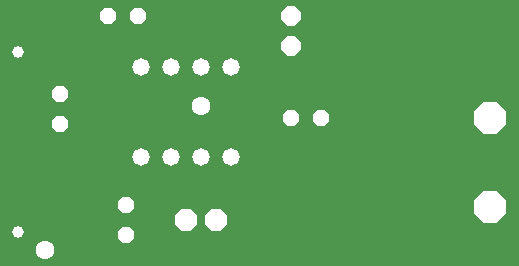
<source format=gbs>
G04 EAGLE Gerber RS-274X export*
G75*
%MOMM*%
%FSLAX34Y34*%
%LPD*%
%INSoldermask Bottom*%
%IPNEG*%
%AMOC8*
5,1,8,0,0,1.08239X$1,22.5*%
G01*
%ADD10C,1.003200*%
%ADD11P,1.759533X8X112.500000*%
%ADD12P,1.951982X8X22.500000*%
%ADD13C,1.473200*%
%ADD14P,1.532664X8X292.500000*%
%ADD15P,1.532664X8X112.500000*%
%ADD16P,1.532664X8X22.500000*%
%ADD17P,2.969212X8X292.500000*%
%ADD18C,1.603200*%


D10*
X20320Y205740D03*
X20320Y53340D03*
D11*
X251460Y210820D03*
X251460Y236220D03*
D12*
X162560Y63500D03*
X187960Y63500D03*
D13*
X124460Y116840D03*
X149860Y116840D03*
X149860Y193040D03*
X124460Y193040D03*
X175260Y116840D03*
X200660Y116840D03*
X175260Y193040D03*
X200660Y193040D03*
D14*
X55880Y170180D03*
X55880Y144780D03*
D15*
X111760Y50800D03*
X111760Y76200D03*
D16*
X251460Y149860D03*
X276860Y149860D03*
X96520Y236220D03*
X121920Y236220D03*
D17*
X419286Y149930D03*
X419286Y74746D03*
D18*
X43180Y38100D03*
X175260Y160020D03*
M02*

</source>
